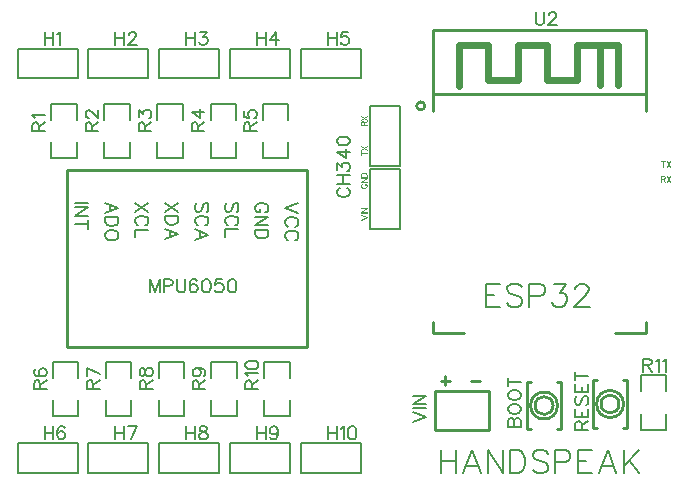
<source format=gto>
G04 Layer: TopSilkscreenLayer*
G04 EasyEDA v6.5.48, 2025-03-18 13:34:47*
G04 7eabae28df64481683c8fee008179a12,87df033457c64ae98c411226fbcdc187,10*
G04 Gerber Generator version 0.2*
G04 Scale: 100 percent, Rotated: No, Reflected: No *
G04 Dimensions in millimeters *
G04 leading zeros omitted , absolute positions ,4 integer and 5 decimal *
%FSLAX45Y45*%
%MOMM*%

%ADD10C,0.2032*%
%ADD11C,0.1000*%
%ADD12C,0.1524*%
%ADD13C,0.2540*%
%ADD14C,0.1520*%
%ADD15C,0.6000*%
%ADD16C,0.0137*%

%LPD*%
D10*
X20981060Y1912086D02*
G01*
X20981060Y1718284D01*
X20981060Y1912086D02*
G01*
X21101202Y1912086D01*
X20981060Y1819884D02*
G01*
X21054974Y1819884D01*
X20981060Y1718284D02*
G01*
X21101202Y1718284D01*
X21291448Y1884400D02*
G01*
X21272906Y1902942D01*
X21245220Y1912086D01*
X21208390Y1912086D01*
X21180450Y1902942D01*
X21162162Y1884400D01*
X21162162Y1865858D01*
X21171306Y1847570D01*
X21180450Y1838172D01*
X21198992Y1829028D01*
X21254364Y1810486D01*
X21272906Y1801342D01*
X21282050Y1792198D01*
X21291448Y1773656D01*
X21291448Y1745970D01*
X21272906Y1727428D01*
X21245220Y1718284D01*
X21208390Y1718284D01*
X21180450Y1727428D01*
X21162162Y1745970D01*
X21352408Y1912086D02*
G01*
X21352408Y1718284D01*
X21352408Y1912086D02*
G01*
X21435466Y1912086D01*
X21463152Y1902942D01*
X21472550Y1893798D01*
X21481694Y1875256D01*
X21481694Y1847570D01*
X21472550Y1829028D01*
X21463152Y1819884D01*
X21435466Y1810486D01*
X21352408Y1810486D01*
X21561196Y1912086D02*
G01*
X21662796Y1912086D01*
X21607170Y1838172D01*
X21635110Y1838172D01*
X21653398Y1829028D01*
X21662796Y1819884D01*
X21671940Y1792198D01*
X21671940Y1773656D01*
X21662796Y1745970D01*
X21644254Y1727428D01*
X21616568Y1718284D01*
X21588882Y1718284D01*
X21561196Y1727428D01*
X21551798Y1736572D01*
X21542654Y1755114D01*
X21742044Y1865858D02*
G01*
X21742044Y1875256D01*
X21751442Y1893798D01*
X21760586Y1902942D01*
X21779128Y1912086D01*
X21815958Y1912086D01*
X21834500Y1902942D01*
X21843644Y1893798D01*
X21853042Y1875256D01*
X21853042Y1856714D01*
X21843644Y1838172D01*
X21825356Y1810486D01*
X21732900Y1718284D01*
X21862186Y1718284D01*
X20600060Y502386D02*
G01*
X20600060Y308584D01*
X20729346Y502386D02*
G01*
X20729346Y308584D01*
X20600060Y410184D02*
G01*
X20729346Y410184D01*
X20864220Y502386D02*
G01*
X20790306Y308584D01*
X20864220Y502386D02*
G01*
X20938134Y308584D01*
X20817992Y373100D02*
G01*
X20910448Y373100D01*
X20999094Y502386D02*
G01*
X20999094Y308584D01*
X20999094Y502386D02*
G01*
X21128380Y308584D01*
X21128380Y502386D02*
G01*
X21128380Y308584D01*
X21189340Y502386D02*
G01*
X21189340Y308584D01*
X21189340Y502386D02*
G01*
X21254110Y502386D01*
X21281796Y493242D01*
X21300084Y474700D01*
X21309482Y456158D01*
X21318626Y428472D01*
X21318626Y382498D01*
X21309482Y354558D01*
X21300084Y336270D01*
X21281796Y317728D01*
X21254110Y308584D01*
X21189340Y308584D01*
X21508872Y474700D02*
G01*
X21490330Y493242D01*
X21462644Y502386D01*
X21425814Y502386D01*
X21398128Y493242D01*
X21379586Y474700D01*
X21379586Y456158D01*
X21388730Y437870D01*
X21398128Y428472D01*
X21416670Y419328D01*
X21472042Y400786D01*
X21490330Y391642D01*
X21499728Y382498D01*
X21508872Y363956D01*
X21508872Y336270D01*
X21490330Y317728D01*
X21462644Y308584D01*
X21425814Y308584D01*
X21398128Y317728D01*
X21379586Y336270D01*
X21569832Y502386D02*
G01*
X21569832Y308584D01*
X21569832Y502386D02*
G01*
X21652890Y502386D01*
X21680830Y493242D01*
X21689974Y484098D01*
X21699118Y465556D01*
X21699118Y437870D01*
X21689974Y419328D01*
X21680830Y410184D01*
X21652890Y400786D01*
X21569832Y400786D01*
X21760078Y502386D02*
G01*
X21760078Y308584D01*
X21760078Y502386D02*
G01*
X21880220Y502386D01*
X21760078Y410184D02*
G01*
X21833992Y410184D01*
X21760078Y308584D02*
G01*
X21880220Y308584D01*
X22015094Y502386D02*
G01*
X21941180Y308584D01*
X22015094Y502386D02*
G01*
X22089008Y308584D01*
X21968866Y373100D02*
G01*
X22061322Y373100D01*
X22149968Y502386D02*
G01*
X22149968Y308584D01*
X22279254Y502386D02*
G01*
X22149968Y373100D01*
X22196196Y419328D02*
G01*
X22279254Y308584D01*
D11*
X19927214Y3256508D02*
G01*
X19974966Y3256508D01*
X19927214Y3256508D02*
G01*
X19927214Y3277082D01*
X19929500Y3283686D01*
X19931786Y3285972D01*
X19936358Y3288258D01*
X19940930Y3288258D01*
X19945502Y3285972D01*
X19947788Y3283686D01*
X19950074Y3277082D01*
X19950074Y3256508D01*
X19950074Y3272510D02*
G01*
X19974966Y3288258D01*
X19927214Y3303244D02*
G01*
X19974966Y3335248D01*
X19927214Y3335248D02*
G01*
X19974966Y3303244D01*
X19927214Y3018510D02*
G01*
X19974966Y3018510D01*
X19927214Y3002508D02*
G01*
X19927214Y3034258D01*
X19927214Y3049244D02*
G01*
X19974966Y3081248D01*
X19927214Y3081248D02*
G01*
X19974966Y3049244D01*
X19938644Y2757144D02*
G01*
X19934072Y2754858D01*
X19929500Y2750286D01*
X19927214Y2745714D01*
X19927214Y2736824D01*
X19929500Y2732252D01*
X19934072Y2727680D01*
X19938644Y2725394D01*
X19945502Y2723108D01*
X19956932Y2723108D01*
X19963790Y2725394D01*
X19968108Y2727680D01*
X19972680Y2732252D01*
X19974966Y2736824D01*
X19974966Y2745714D01*
X19972680Y2750286D01*
X19968108Y2754858D01*
X19963790Y2757144D01*
X19956932Y2757144D01*
X19956932Y2745714D02*
G01*
X19956932Y2757144D01*
X19927214Y2772130D02*
G01*
X19974966Y2772130D01*
X19927214Y2772130D02*
G01*
X19974966Y2804134D01*
X19927214Y2804134D02*
G01*
X19974966Y2804134D01*
X19927214Y2819120D02*
G01*
X19974966Y2819120D01*
X19927214Y2819120D02*
G01*
X19927214Y2834868D01*
X19929500Y2841726D01*
X19934072Y2846298D01*
X19938644Y2848584D01*
X19945502Y2850870D01*
X19956932Y2850870D01*
X19963790Y2848584D01*
X19968108Y2846298D01*
X19972680Y2841726D01*
X19974966Y2834868D01*
X19974966Y2819120D01*
X22466960Y2824454D02*
G01*
X22466960Y2776702D01*
X22466960Y2824454D02*
G01*
X22487534Y2824454D01*
X22494138Y2822168D01*
X22496424Y2819882D01*
X22498710Y2815310D01*
X22498710Y2810738D01*
X22496424Y2806166D01*
X22494138Y2803880D01*
X22487534Y2801594D01*
X22466960Y2801594D01*
X22482962Y2801594D02*
G01*
X22498710Y2776702D01*
X22513696Y2824454D02*
G01*
X22545700Y2776702D01*
X22545700Y2824454D02*
G01*
X22513696Y2776702D01*
X22482962Y2951454D02*
G01*
X22482962Y2903702D01*
X22466960Y2951454D02*
G01*
X22498710Y2951454D01*
X22513696Y2951454D02*
G01*
X22545700Y2903702D01*
X22545700Y2951454D02*
G01*
X22513696Y2903702D01*
X19927214Y2456408D02*
G01*
X19974966Y2474696D01*
X19927214Y2492730D02*
G01*
X19974966Y2474696D01*
X19927214Y2507716D02*
G01*
X19974966Y2507716D01*
X19927214Y2522702D02*
G01*
X19974966Y2522702D01*
X19927214Y2522702D02*
G01*
X19974966Y2554706D01*
X19927214Y2554706D02*
G01*
X19974966Y2554706D01*
D12*
X21404653Y4213407D02*
G01*
X21404653Y4135429D01*
X21409733Y4119935D01*
X21420147Y4109521D01*
X21435895Y4104441D01*
X21446309Y4104441D01*
X21461803Y4109521D01*
X21472217Y4119935D01*
X21477297Y4135429D01*
X21477297Y4213407D01*
X21516921Y4187499D02*
G01*
X21516921Y4192579D01*
X21522001Y4202993D01*
X21527335Y4208327D01*
X21537749Y4213407D01*
X21558323Y4213407D01*
X21568737Y4208327D01*
X21574071Y4202993D01*
X21579151Y4192579D01*
X21579151Y4182165D01*
X21574071Y4171751D01*
X21563657Y4156257D01*
X21511587Y4104441D01*
X21584485Y4104441D01*
X21170544Y703808D02*
G01*
X21279510Y703808D01*
X21170544Y703808D02*
G01*
X21170544Y750544D01*
X21175624Y766038D01*
X21180958Y771372D01*
X21191372Y776452D01*
X21201786Y776452D01*
X21212200Y771372D01*
X21217280Y766038D01*
X21222360Y750544D01*
X21222360Y703808D02*
G01*
X21222360Y750544D01*
X21227694Y766038D01*
X21232774Y771372D01*
X21243188Y776452D01*
X21258936Y776452D01*
X21269350Y771372D01*
X21274430Y766038D01*
X21279510Y750544D01*
X21279510Y703808D01*
X21170544Y841984D02*
G01*
X21175624Y831570D01*
X21186038Y821156D01*
X21196452Y816076D01*
X21212200Y810742D01*
X21238108Y810742D01*
X21253602Y816076D01*
X21264016Y821156D01*
X21274430Y831570D01*
X21279510Y841984D01*
X21279510Y862812D01*
X21274430Y873226D01*
X21264016Y883640D01*
X21253602Y888720D01*
X21238108Y894054D01*
X21212200Y894054D01*
X21196452Y888720D01*
X21186038Y883640D01*
X21175624Y873226D01*
X21170544Y862812D01*
X21170544Y841984D01*
X21170544Y959332D02*
G01*
X21175624Y948918D01*
X21186038Y938758D01*
X21196452Y933424D01*
X21212200Y928344D01*
X21238108Y928344D01*
X21253602Y933424D01*
X21264016Y938758D01*
X21274430Y948918D01*
X21279510Y959332D01*
X21279510Y980160D01*
X21274430Y990574D01*
X21264016Y1000988D01*
X21253602Y1006068D01*
X21238108Y1011402D01*
X21212200Y1011402D01*
X21196452Y1006068D01*
X21186038Y1000988D01*
X21175624Y990574D01*
X21170544Y980160D01*
X21170544Y959332D01*
X21170544Y1082014D02*
G01*
X21279510Y1082014D01*
X21170544Y1045692D02*
G01*
X21170544Y1118336D01*
X22314560Y1276324D02*
G01*
X22314560Y1167358D01*
X22314560Y1276324D02*
G01*
X22361296Y1276324D01*
X22376790Y1271244D01*
X22382124Y1265910D01*
X22387204Y1255496D01*
X22387204Y1245082D01*
X22382124Y1234668D01*
X22376790Y1229588D01*
X22361296Y1224508D01*
X22314560Y1224508D01*
X22350882Y1224508D02*
G01*
X22387204Y1167358D01*
X22421494Y1255496D02*
G01*
X22431908Y1260830D01*
X22447656Y1276324D01*
X22447656Y1167358D01*
X22481946Y1255496D02*
G01*
X22492360Y1260830D01*
X22507854Y1276324D01*
X22507854Y1167358D01*
X21742044Y678408D02*
G01*
X21851010Y678408D01*
X21742044Y678408D02*
G01*
X21742044Y725144D01*
X21747124Y740638D01*
X21752458Y745972D01*
X21762872Y751052D01*
X21773286Y751052D01*
X21783700Y745972D01*
X21788780Y740638D01*
X21793860Y725144D01*
X21793860Y678408D01*
X21793860Y714730D02*
G01*
X21851010Y751052D01*
X21742044Y785342D02*
G01*
X21851010Y785342D01*
X21742044Y785342D02*
G01*
X21742044Y852906D01*
X21793860Y785342D02*
G01*
X21793860Y826998D01*
X21851010Y785342D02*
G01*
X21851010Y852906D01*
X21757538Y960094D02*
G01*
X21747124Y949680D01*
X21742044Y933932D01*
X21742044Y913358D01*
X21747124Y897610D01*
X21757538Y887196D01*
X21767952Y887196D01*
X21778366Y892530D01*
X21783700Y897610D01*
X21788780Y908024D01*
X21799194Y939266D01*
X21804274Y949680D01*
X21809608Y954760D01*
X21820022Y960094D01*
X21835516Y960094D01*
X21845930Y949680D01*
X21851010Y933932D01*
X21851010Y913358D01*
X21845930Y897610D01*
X21835516Y887196D01*
X21742044Y994384D02*
G01*
X21851010Y994384D01*
X21742044Y994384D02*
G01*
X21742044Y1061948D01*
X21793860Y994384D02*
G01*
X21793860Y1035786D01*
X21851010Y994384D02*
G01*
X21851010Y1061948D01*
X21742044Y1132560D02*
G01*
X21851010Y1132560D01*
X21742044Y1096238D02*
G01*
X21742044Y1168882D01*
X19748652Y2724886D02*
G01*
X19738238Y2719552D01*
X19727824Y2709138D01*
X19722744Y2698978D01*
X19722744Y2678150D01*
X19727824Y2667736D01*
X19738238Y2657322D01*
X19748652Y2651988D01*
X19764400Y2646908D01*
X19790308Y2646908D01*
X19805802Y2651988D01*
X19816216Y2657322D01*
X19826630Y2667736D01*
X19831710Y2678150D01*
X19831710Y2698978D01*
X19826630Y2709138D01*
X19816216Y2719552D01*
X19805802Y2724886D01*
X19722744Y2759176D02*
G01*
X19831710Y2759176D01*
X19722744Y2831820D02*
G01*
X19831710Y2831820D01*
X19774560Y2759176D02*
G01*
X19774560Y2831820D01*
X19722744Y2876524D02*
G01*
X19722744Y2933674D01*
X19764400Y2902432D01*
X19764400Y2918180D01*
X19769480Y2928594D01*
X19774560Y2933674D01*
X19790308Y2939008D01*
X19800722Y2939008D01*
X19816216Y2933674D01*
X19826630Y2923260D01*
X19831710Y2907766D01*
X19831710Y2892018D01*
X19826630Y2876524D01*
X19821550Y2871444D01*
X19811136Y2866110D01*
X19722744Y3025114D02*
G01*
X19795388Y2973298D01*
X19795388Y3051022D01*
X19722744Y3025114D02*
G01*
X19831710Y3025114D01*
X19722744Y3116554D02*
G01*
X19727824Y3101060D01*
X19743572Y3090646D01*
X19769480Y3085312D01*
X19784974Y3085312D01*
X19811136Y3090646D01*
X19826630Y3101060D01*
X19831710Y3116554D01*
X19831710Y3126968D01*
X19826630Y3142462D01*
X19811136Y3152876D01*
X19784974Y3158210D01*
X19769480Y3158210D01*
X19743572Y3152876D01*
X19727824Y3142462D01*
X19722744Y3126968D01*
X19722744Y3116554D01*
X20370444Y741908D02*
G01*
X20479410Y783564D01*
X20370444Y824966D02*
G01*
X20479410Y783564D01*
X20370444Y859256D02*
G01*
X20479410Y859256D01*
X20370444Y893546D02*
G01*
X20479410Y893546D01*
X20370444Y893546D02*
G01*
X20479410Y966444D01*
X20370444Y966444D02*
G01*
X20479410Y966444D01*
D13*
X20640954Y1134084D02*
G01*
X20640954Y1052042D01*
X20600060Y1093190D02*
G01*
X20681848Y1093190D01*
X20854060Y1093190D02*
G01*
X20935848Y1093190D01*
D14*
X19397116Y2596108D02*
G01*
X19285610Y2553690D01*
X19397116Y2511272D02*
G01*
X19285610Y2553690D01*
X19370700Y2396464D02*
G01*
X19381114Y2401798D01*
X19391782Y2412466D01*
X19397116Y2423134D01*
X19397116Y2444216D01*
X19391782Y2454884D01*
X19381114Y2465552D01*
X19370700Y2470886D01*
X19354698Y2476220D01*
X19328028Y2476220D01*
X19312280Y2470886D01*
X19301612Y2465552D01*
X19290944Y2454884D01*
X19285610Y2444216D01*
X19285610Y2423134D01*
X19290944Y2412466D01*
X19301612Y2401798D01*
X19312280Y2396464D01*
X19370700Y2281910D02*
G01*
X19381114Y2287244D01*
X19391782Y2297658D01*
X19397116Y2308326D01*
X19397116Y2329662D01*
X19391782Y2340330D01*
X19381114Y2350744D01*
X19370700Y2356078D01*
X19354698Y2361412D01*
X19328028Y2361412D01*
X19312280Y2356078D01*
X19301612Y2350744D01*
X19290944Y2340330D01*
X19285610Y2329662D01*
X19285610Y2308326D01*
X19290944Y2297658D01*
X19301612Y2287244D01*
X19312280Y2281910D01*
X19116700Y2516253D02*
G01*
X19127114Y2521587D01*
X19137782Y2532255D01*
X19143116Y2542923D01*
X19143116Y2564259D01*
X19137782Y2574673D01*
X19127114Y2585341D01*
X19116700Y2590675D01*
X19100698Y2596009D01*
X19074028Y2596009D01*
X19058280Y2590675D01*
X19047612Y2585341D01*
X19036944Y2574673D01*
X19031610Y2564259D01*
X19031610Y2542923D01*
X19036944Y2532255D01*
X19047612Y2521587D01*
X19058280Y2516253D01*
X19074028Y2516253D01*
X19074028Y2542923D02*
G01*
X19074028Y2516253D01*
X19143116Y2481455D02*
G01*
X19031610Y2481455D01*
X19143116Y2481455D02*
G01*
X19031610Y2407033D01*
X19143116Y2407033D02*
G01*
X19031610Y2407033D01*
X19143116Y2371981D02*
G01*
X19031610Y2371981D01*
X19143116Y2371981D02*
G01*
X19143116Y2334897D01*
X19137782Y2318895D01*
X19127114Y2308227D01*
X19116700Y2302893D01*
X19100698Y2297559D01*
X19074028Y2297559D01*
X19058280Y2302893D01*
X19047612Y2308227D01*
X19036944Y2318895D01*
X19031610Y2334897D01*
X19031610Y2371981D01*
X18873114Y2521691D02*
G01*
X18883782Y2532359D01*
X18889116Y2548361D01*
X18889116Y2569443D01*
X18883782Y2585445D01*
X18873114Y2596113D01*
X18862700Y2596113D01*
X18852032Y2590779D01*
X18846698Y2585445D01*
X18841364Y2574777D01*
X18830696Y2543027D01*
X18825362Y2532359D01*
X18820028Y2527025D01*
X18809360Y2521691D01*
X18793612Y2521691D01*
X18782944Y2532359D01*
X18777610Y2548361D01*
X18777610Y2569443D01*
X18782944Y2585445D01*
X18793612Y2596113D01*
X18862700Y2407137D02*
G01*
X18873114Y2412471D01*
X18883782Y2423139D01*
X18889116Y2433553D01*
X18889116Y2454889D01*
X18883782Y2465557D01*
X18873114Y2476225D01*
X18862700Y2481559D01*
X18846698Y2486639D01*
X18820028Y2486639D01*
X18804280Y2481559D01*
X18793612Y2476225D01*
X18782944Y2465557D01*
X18777610Y2454889D01*
X18777610Y2433553D01*
X18782944Y2423139D01*
X18793612Y2412471D01*
X18804280Y2407137D01*
X18889116Y2372085D02*
G01*
X18777610Y2372085D01*
X18777610Y2372085D02*
G01*
X18777610Y2308331D01*
X18619114Y2521686D02*
G01*
X18629782Y2532354D01*
X18635116Y2548356D01*
X18635116Y2569438D01*
X18629782Y2585440D01*
X18619114Y2596108D01*
X18608700Y2596108D01*
X18598032Y2590774D01*
X18592698Y2585440D01*
X18587364Y2574772D01*
X18576696Y2543022D01*
X18571362Y2532354D01*
X18566028Y2527020D01*
X18555360Y2521686D01*
X18539612Y2521686D01*
X18528944Y2532354D01*
X18523610Y2548356D01*
X18523610Y2569438D01*
X18528944Y2585440D01*
X18539612Y2596108D01*
X18608700Y2407132D02*
G01*
X18619114Y2412466D01*
X18629782Y2423134D01*
X18635116Y2433548D01*
X18635116Y2454884D01*
X18629782Y2465552D01*
X18619114Y2476220D01*
X18608700Y2481554D01*
X18592698Y2486634D01*
X18566028Y2486634D01*
X18550280Y2481554D01*
X18539612Y2476220D01*
X18528944Y2465552D01*
X18523610Y2454884D01*
X18523610Y2433548D01*
X18528944Y2423134D01*
X18539612Y2412466D01*
X18550280Y2407132D01*
X18635116Y2329662D02*
G01*
X18523610Y2372080D01*
X18635116Y2329662D02*
G01*
X18523610Y2287244D01*
X18560694Y2356078D02*
G01*
X18560694Y2302992D01*
X18381116Y2596012D02*
G01*
X18269610Y2521590D01*
X18381116Y2521590D02*
G01*
X18269610Y2596012D01*
X18381116Y2486538D02*
G01*
X18269610Y2486538D01*
X18381116Y2486538D02*
G01*
X18381116Y2449454D01*
X18375782Y2433452D01*
X18365114Y2423038D01*
X18354700Y2417704D01*
X18338698Y2412370D01*
X18312028Y2412370D01*
X18296280Y2417704D01*
X18285612Y2423038D01*
X18274944Y2433452D01*
X18269610Y2449454D01*
X18269610Y2486538D01*
X18381116Y2334900D02*
G01*
X18269610Y2377318D01*
X18381116Y2334900D02*
G01*
X18269610Y2292228D01*
X18306694Y2361316D02*
G01*
X18306694Y2308230D01*
X18127116Y2596012D02*
G01*
X18015610Y2521590D01*
X18127116Y2521590D02*
G01*
X18015610Y2596012D01*
X18100700Y2407036D02*
G01*
X18111114Y2412370D01*
X18121782Y2423038D01*
X18127116Y2433452D01*
X18127116Y2454788D01*
X18121782Y2465456D01*
X18111114Y2476124D01*
X18100700Y2481458D01*
X18084698Y2486538D01*
X18058028Y2486538D01*
X18042280Y2481458D01*
X18031612Y2476124D01*
X18020944Y2465456D01*
X18015610Y2454788D01*
X18015610Y2433452D01*
X18020944Y2423038D01*
X18031612Y2412370D01*
X18042280Y2407036D01*
X18127116Y2371984D02*
G01*
X18015610Y2371984D01*
X18015610Y2371984D02*
G01*
X18015610Y2308230D01*
X17873116Y2553690D02*
G01*
X17761610Y2596108D01*
X17873116Y2553690D02*
G01*
X17761610Y2511272D01*
X17798694Y2580106D02*
G01*
X17798694Y2527020D01*
X17873116Y2476220D02*
G01*
X17761610Y2476220D01*
X17873116Y2476220D02*
G01*
X17873116Y2438882D01*
X17867782Y2423134D01*
X17857114Y2412466D01*
X17846700Y2407132D01*
X17830698Y2401798D01*
X17804028Y2401798D01*
X17788280Y2407132D01*
X17777612Y2412466D01*
X17766944Y2423134D01*
X17761610Y2438882D01*
X17761610Y2476220D01*
X17873116Y2334996D02*
G01*
X17867782Y2345410D01*
X17857114Y2356078D01*
X17846700Y2361412D01*
X17830698Y2366746D01*
X17804028Y2366746D01*
X17788280Y2361412D01*
X17777612Y2356078D01*
X17766944Y2345410D01*
X17761610Y2334996D01*
X17761610Y2313660D01*
X17766944Y2302992D01*
X17777612Y2292324D01*
X17788280Y2287244D01*
X17804028Y2281910D01*
X17830698Y2281910D01*
X17846700Y2287244D01*
X17857114Y2292324D01*
X17867782Y2302992D01*
X17873116Y2313660D01*
X17873116Y2334996D01*
X17619116Y2596009D02*
G01*
X17507610Y2596009D01*
X17619116Y2560957D02*
G01*
X17507610Y2560957D01*
X17619116Y2560957D02*
G01*
X17507610Y2486535D01*
X17619116Y2486535D02*
G01*
X17507610Y2486535D01*
X17619116Y2414399D02*
G01*
X17507610Y2414399D01*
X17619116Y2451483D02*
G01*
X17619116Y2377315D01*
X18136250Y1951964D02*
G01*
X18136250Y1840458D01*
X18136250Y1951964D02*
G01*
X18178668Y1840458D01*
X18221086Y1951964D02*
G01*
X18178668Y1840458D01*
X18221086Y1951964D02*
G01*
X18221086Y1840458D01*
X18256138Y1951964D02*
G01*
X18256138Y1840458D01*
X18256138Y1951964D02*
G01*
X18304144Y1951964D01*
X18319892Y1946630D01*
X18325226Y1941296D01*
X18330560Y1930628D01*
X18330560Y1914880D01*
X18325226Y1904212D01*
X18319892Y1898878D01*
X18304144Y1893544D01*
X18256138Y1893544D01*
X18365612Y1951964D02*
G01*
X18365612Y1872208D01*
X18370946Y1856460D01*
X18381614Y1845792D01*
X18397362Y1840458D01*
X18408030Y1840458D01*
X18424032Y1845792D01*
X18434700Y1856460D01*
X18440034Y1872208D01*
X18440034Y1951964D01*
X18538586Y1935962D02*
G01*
X18533252Y1946630D01*
X18517504Y1951964D01*
X18506836Y1951964D01*
X18490834Y1946630D01*
X18480166Y1930628D01*
X18475086Y1904212D01*
X18475086Y1877542D01*
X18480166Y1856460D01*
X18490834Y1845792D01*
X18506836Y1840458D01*
X18512170Y1840458D01*
X18528172Y1845792D01*
X18538586Y1856460D01*
X18543920Y1872208D01*
X18543920Y1877542D01*
X18538586Y1893544D01*
X18528172Y1904212D01*
X18512170Y1909546D01*
X18506836Y1909546D01*
X18490834Y1904212D01*
X18480166Y1893544D01*
X18475086Y1877542D01*
X18610976Y1951964D02*
G01*
X18594974Y1946630D01*
X18584306Y1930628D01*
X18578972Y1904212D01*
X18578972Y1888210D01*
X18584306Y1861794D01*
X18594974Y1845792D01*
X18610976Y1840458D01*
X18621390Y1840458D01*
X18637392Y1845792D01*
X18648060Y1861794D01*
X18653394Y1888210D01*
X18653394Y1904212D01*
X18648060Y1930628D01*
X18637392Y1946630D01*
X18621390Y1951964D01*
X18610976Y1951964D01*
X18752200Y1951964D02*
G01*
X18699114Y1951964D01*
X18693780Y1904212D01*
X18699114Y1909546D01*
X18714862Y1914880D01*
X18730864Y1914880D01*
X18746866Y1909546D01*
X18757534Y1898878D01*
X18762614Y1882876D01*
X18762614Y1872208D01*
X18757534Y1856460D01*
X18746866Y1845792D01*
X18730864Y1840458D01*
X18714862Y1840458D01*
X18699114Y1845792D01*
X18693780Y1851126D01*
X18688446Y1861794D01*
X18829670Y1951964D02*
G01*
X18813668Y1946630D01*
X18803000Y1930628D01*
X18797666Y1904212D01*
X18797666Y1888210D01*
X18803000Y1861794D01*
X18813668Y1845792D01*
X18829670Y1840458D01*
X18840338Y1840458D01*
X18856086Y1845792D01*
X18866754Y1861794D01*
X18872088Y1888210D01*
X18872088Y1904212D01*
X18866754Y1930628D01*
X18856086Y1946630D01*
X18840338Y1951964D01*
X18829670Y1951964D01*
D12*
X17247260Y4044924D02*
G01*
X17247260Y3935958D01*
X17319904Y4044924D02*
G01*
X17319904Y3935958D01*
X17247260Y3993108D02*
G01*
X17319904Y3993108D01*
X17354194Y4024096D02*
G01*
X17364608Y4029430D01*
X17380356Y4044924D01*
X17380356Y3935958D01*
X17847259Y4044924D02*
G01*
X17847259Y3935958D01*
X17919903Y4044924D02*
G01*
X17919903Y3935958D01*
X17847259Y3993108D02*
G01*
X17919903Y3993108D01*
X17959527Y4019016D02*
G01*
X17959527Y4024096D01*
X17964607Y4034510D01*
X17969941Y4039844D01*
X17980355Y4044924D01*
X18000929Y4044924D01*
X18011343Y4039844D01*
X18016677Y4034510D01*
X18021757Y4024096D01*
X18021757Y4013682D01*
X18016677Y4003268D01*
X18006263Y3987774D01*
X17954193Y3935958D01*
X18027091Y3935958D01*
X18447258Y4044924D02*
G01*
X18447258Y3935958D01*
X18519902Y4044924D02*
G01*
X18519902Y3935958D01*
X18447258Y3993108D02*
G01*
X18519902Y3993108D01*
X18564606Y4044924D02*
G01*
X18621756Y4044924D01*
X18590768Y4003268D01*
X18606261Y4003268D01*
X18616675Y3998188D01*
X18621756Y3993108D01*
X18627090Y3977360D01*
X18627090Y3966946D01*
X18621756Y3951452D01*
X18611341Y3941038D01*
X18595848Y3935958D01*
X18580354Y3935958D01*
X18564606Y3941038D01*
X18559525Y3946118D01*
X18554191Y3956532D01*
X19047256Y4044924D02*
G01*
X19047256Y3935958D01*
X19119900Y4044924D02*
G01*
X19119900Y3935958D01*
X19047256Y3993108D02*
G01*
X19119900Y3993108D01*
X19206260Y4044924D02*
G01*
X19154190Y3972280D01*
X19232168Y3972280D01*
X19206260Y4044924D02*
G01*
X19206260Y3935958D01*
X19647255Y4044924D02*
G01*
X19647255Y3935958D01*
X19719899Y4044924D02*
G01*
X19719899Y3935958D01*
X19647255Y3993108D02*
G01*
X19719899Y3993108D01*
X19816673Y4044924D02*
G01*
X19764603Y4044924D01*
X19759523Y3998188D01*
X19764603Y4003268D01*
X19780351Y4008602D01*
X19795845Y4008602D01*
X19811339Y4003268D01*
X19821753Y3993108D01*
X19827087Y3977360D01*
X19827087Y3966946D01*
X19821753Y3951452D01*
X19811339Y3941038D01*
X19795845Y3935958D01*
X19780351Y3935958D01*
X19764603Y3941038D01*
X19759523Y3946118D01*
X19754189Y3956532D01*
X17247260Y704824D02*
G01*
X17247260Y595858D01*
X17319904Y704824D02*
G01*
X17319904Y595858D01*
X17247260Y653008D02*
G01*
X17319904Y653008D01*
X17416678Y689330D02*
G01*
X17411344Y699744D01*
X17395850Y704824D01*
X17385436Y704824D01*
X17369942Y699744D01*
X17359528Y683996D01*
X17354194Y658088D01*
X17354194Y632180D01*
X17359528Y611352D01*
X17369942Y600938D01*
X17385436Y595858D01*
X17390770Y595858D01*
X17406264Y600938D01*
X17416678Y611352D01*
X17421758Y626846D01*
X17421758Y632180D01*
X17416678Y647674D01*
X17406264Y658088D01*
X17390770Y663168D01*
X17385436Y663168D01*
X17369942Y658088D01*
X17359528Y647674D01*
X17354194Y632180D01*
X17847259Y704824D02*
G01*
X17847259Y595858D01*
X17919903Y704824D02*
G01*
X17919903Y595858D01*
X17847259Y653008D02*
G01*
X17919903Y653008D01*
X18027091Y704824D02*
G01*
X17975021Y595858D01*
X17954193Y704824D02*
G01*
X18027091Y704824D01*
X18447258Y704824D02*
G01*
X18447258Y595858D01*
X18519902Y704824D02*
G01*
X18519902Y595858D01*
X18447258Y653008D02*
G01*
X18519902Y653008D01*
X18580354Y704824D02*
G01*
X18564606Y699744D01*
X18559525Y689330D01*
X18559525Y678916D01*
X18564606Y668502D01*
X18575020Y663168D01*
X18595848Y658088D01*
X18611341Y653008D01*
X18621756Y642594D01*
X18627090Y632180D01*
X18627090Y616432D01*
X18621756Y606018D01*
X18616675Y600938D01*
X18600927Y595858D01*
X18580354Y595858D01*
X18564606Y600938D01*
X18559525Y606018D01*
X18554191Y616432D01*
X18554191Y632180D01*
X18559525Y642594D01*
X18569940Y653008D01*
X18585434Y658088D01*
X18606261Y663168D01*
X18616675Y668502D01*
X18621756Y678916D01*
X18621756Y689330D01*
X18616675Y699744D01*
X18600927Y704824D01*
X18580354Y704824D01*
X19047256Y704824D02*
G01*
X19047256Y595858D01*
X19119900Y704824D02*
G01*
X19119900Y595858D01*
X19047256Y653008D02*
G01*
X19119900Y653008D01*
X19221754Y668502D02*
G01*
X19216674Y653008D01*
X19206260Y642594D01*
X19190766Y637260D01*
X19185432Y637260D01*
X19169938Y642594D01*
X19159524Y653008D01*
X19154190Y668502D01*
X19154190Y673582D01*
X19159524Y689330D01*
X19169938Y699744D01*
X19185432Y704824D01*
X19190766Y704824D01*
X19206260Y699744D01*
X19216674Y689330D01*
X19221754Y668502D01*
X19221754Y642594D01*
X19216674Y616432D01*
X19206260Y600938D01*
X19190766Y595858D01*
X19180352Y595858D01*
X19164604Y600938D01*
X19159524Y611352D01*
X19647255Y704824D02*
G01*
X19647255Y595858D01*
X19719899Y704824D02*
G01*
X19719899Y595858D01*
X19647255Y653008D02*
G01*
X19719899Y653008D01*
X19754189Y683996D02*
G01*
X19764603Y689330D01*
X19780351Y704824D01*
X19780351Y595858D01*
X19845629Y704824D02*
G01*
X19830135Y699744D01*
X19819721Y683996D01*
X19814641Y658088D01*
X19814641Y642594D01*
X19819721Y616432D01*
X19830135Y600938D01*
X19845629Y595858D01*
X19856043Y595858D01*
X19871791Y600938D01*
X19882205Y616432D01*
X19887285Y642594D01*
X19887285Y658088D01*
X19882205Y683996D01*
X19871791Y699744D01*
X19856043Y704824D01*
X19845629Y704824D01*
X17144644Y3205708D02*
G01*
X17253610Y3205708D01*
X17144644Y3205708D02*
G01*
X17144644Y3252444D01*
X17149724Y3267938D01*
X17155058Y3273272D01*
X17165472Y3278352D01*
X17175886Y3278352D01*
X17186300Y3273272D01*
X17191380Y3267938D01*
X17196460Y3252444D01*
X17196460Y3205708D01*
X17196460Y3242030D02*
G01*
X17253610Y3278352D01*
X17165472Y3312642D02*
G01*
X17160138Y3323056D01*
X17144644Y3338804D01*
X17253610Y3338804D01*
X17593868Y3205708D02*
G01*
X17702834Y3205708D01*
X17593868Y3205708D02*
G01*
X17593868Y3252444D01*
X17598948Y3267938D01*
X17604282Y3273272D01*
X17614696Y3278352D01*
X17625110Y3278352D01*
X17635524Y3273272D01*
X17640604Y3267938D01*
X17645684Y3252444D01*
X17645684Y3205708D01*
X17645684Y3242030D02*
G01*
X17702834Y3278352D01*
X17619776Y3317976D02*
G01*
X17614696Y3317976D01*
X17604282Y3323056D01*
X17598948Y3328390D01*
X17593868Y3338804D01*
X17593868Y3359378D01*
X17598948Y3369792D01*
X17604282Y3375126D01*
X17614696Y3380206D01*
X17625110Y3380206D01*
X17635524Y3375126D01*
X17651018Y3364712D01*
X17702834Y3312642D01*
X17702834Y3385540D01*
X18043093Y3205708D02*
G01*
X18152059Y3205708D01*
X18043093Y3205708D02*
G01*
X18043093Y3252444D01*
X18048173Y3267938D01*
X18053507Y3273272D01*
X18063921Y3278352D01*
X18074335Y3278352D01*
X18084749Y3273272D01*
X18089829Y3267938D01*
X18094909Y3252444D01*
X18094909Y3205708D01*
X18094909Y3242030D02*
G01*
X18152059Y3278352D01*
X18043093Y3323056D02*
G01*
X18043093Y3380206D01*
X18084749Y3349218D01*
X18084749Y3364712D01*
X18089829Y3375126D01*
X18094909Y3380206D01*
X18110657Y3385540D01*
X18121071Y3385540D01*
X18136565Y3380206D01*
X18146979Y3369792D01*
X18152059Y3354298D01*
X18152059Y3338804D01*
X18146979Y3323056D01*
X18141899Y3317976D01*
X18131485Y3312642D01*
X18492317Y3205708D02*
G01*
X18601283Y3205708D01*
X18492317Y3205708D02*
G01*
X18492317Y3252444D01*
X18497397Y3267938D01*
X18502731Y3273272D01*
X18513145Y3278352D01*
X18523559Y3278352D01*
X18533973Y3273272D01*
X18539053Y3267938D01*
X18544133Y3252444D01*
X18544133Y3205708D01*
X18544133Y3242030D02*
G01*
X18601283Y3278352D01*
X18492317Y3364712D02*
G01*
X18564961Y3312642D01*
X18564961Y3390620D01*
X18492317Y3364712D02*
G01*
X18601283Y3364712D01*
X18935344Y3205708D02*
G01*
X19044310Y3205708D01*
X18935344Y3205708D02*
G01*
X18935344Y3252444D01*
X18940424Y3267938D01*
X18945758Y3273272D01*
X18956172Y3278352D01*
X18966586Y3278352D01*
X18977000Y3273272D01*
X18982080Y3267938D01*
X18987160Y3252444D01*
X18987160Y3205708D01*
X18987160Y3242030D02*
G01*
X19044310Y3278352D01*
X18935344Y3375126D02*
G01*
X18935344Y3323056D01*
X18982080Y3317976D01*
X18977000Y3323056D01*
X18971666Y3338804D01*
X18971666Y3354298D01*
X18977000Y3369792D01*
X18987160Y3380206D01*
X19002908Y3385540D01*
X19013322Y3385540D01*
X19028816Y3380206D01*
X19039230Y3369792D01*
X19044310Y3354298D01*
X19044310Y3338804D01*
X19039230Y3323056D01*
X19034150Y3317976D01*
X19023736Y3312642D01*
X17157344Y1021308D02*
G01*
X17266310Y1021308D01*
X17157344Y1021308D02*
G01*
X17157344Y1068044D01*
X17162424Y1083538D01*
X17167758Y1088872D01*
X17178172Y1093952D01*
X17188586Y1093952D01*
X17199000Y1088872D01*
X17204080Y1083538D01*
X17209160Y1068044D01*
X17209160Y1021308D01*
X17209160Y1057630D02*
G01*
X17266310Y1093952D01*
X17172838Y1190726D02*
G01*
X17162424Y1185392D01*
X17157344Y1169898D01*
X17157344Y1159484D01*
X17162424Y1143990D01*
X17178172Y1133576D01*
X17204080Y1128242D01*
X17229988Y1128242D01*
X17250816Y1133576D01*
X17261230Y1143990D01*
X17266310Y1159484D01*
X17266310Y1164818D01*
X17261230Y1180312D01*
X17250816Y1190726D01*
X17235322Y1195806D01*
X17229988Y1195806D01*
X17214494Y1190726D01*
X17204080Y1180312D01*
X17199000Y1164818D01*
X17199000Y1159484D01*
X17204080Y1143990D01*
X17214494Y1133576D01*
X17229988Y1128242D01*
X17605019Y1021308D02*
G01*
X17713985Y1021308D01*
X17605019Y1021308D02*
G01*
X17605019Y1068044D01*
X17610099Y1083538D01*
X17615433Y1088872D01*
X17625847Y1093952D01*
X17636261Y1093952D01*
X17646675Y1088872D01*
X17651755Y1083538D01*
X17656835Y1068044D01*
X17656835Y1021308D01*
X17656835Y1057630D02*
G01*
X17713985Y1093952D01*
X17605019Y1201140D02*
G01*
X17713985Y1149070D01*
X17605019Y1128242D02*
G01*
X17605019Y1201140D01*
X18052694Y1021308D02*
G01*
X18161660Y1021308D01*
X18052694Y1021308D02*
G01*
X18052694Y1068044D01*
X18057774Y1083538D01*
X18063108Y1088872D01*
X18073522Y1093952D01*
X18083936Y1093952D01*
X18094350Y1088872D01*
X18099430Y1083538D01*
X18104510Y1068044D01*
X18104510Y1021308D01*
X18104510Y1057630D02*
G01*
X18161660Y1093952D01*
X18052694Y1154404D02*
G01*
X18057774Y1138656D01*
X18068188Y1133576D01*
X18078602Y1133576D01*
X18089016Y1138656D01*
X18094350Y1149070D01*
X18099430Y1169898D01*
X18104510Y1185392D01*
X18114924Y1195806D01*
X18125338Y1201140D01*
X18141086Y1201140D01*
X18151500Y1195806D01*
X18156580Y1190726D01*
X18161660Y1174978D01*
X18161660Y1154404D01*
X18156580Y1138656D01*
X18151500Y1133576D01*
X18141086Y1128242D01*
X18125338Y1128242D01*
X18114924Y1133576D01*
X18104510Y1143990D01*
X18099430Y1159484D01*
X18094350Y1180312D01*
X18089016Y1190726D01*
X18078602Y1195806D01*
X18068188Y1195806D01*
X18057774Y1190726D01*
X18052694Y1174978D01*
X18052694Y1154404D01*
X18500369Y1021308D02*
G01*
X18609335Y1021308D01*
X18500369Y1021308D02*
G01*
X18500369Y1068044D01*
X18505449Y1083538D01*
X18510783Y1088872D01*
X18521197Y1093952D01*
X18531611Y1093952D01*
X18542025Y1088872D01*
X18547105Y1083538D01*
X18552185Y1068044D01*
X18552185Y1021308D01*
X18552185Y1057630D02*
G01*
X18609335Y1093952D01*
X18536691Y1195806D02*
G01*
X18552185Y1190726D01*
X18562599Y1180312D01*
X18567933Y1164818D01*
X18567933Y1159484D01*
X18562599Y1143990D01*
X18552185Y1133576D01*
X18536691Y1128242D01*
X18531611Y1128242D01*
X18515863Y1133576D01*
X18505449Y1143990D01*
X18500369Y1159484D01*
X18500369Y1164818D01*
X18505449Y1180312D01*
X18515863Y1190726D01*
X18536691Y1195806D01*
X18562599Y1195806D01*
X18588761Y1190726D01*
X18604255Y1180312D01*
X18609335Y1164818D01*
X18609335Y1154404D01*
X18604255Y1138656D01*
X18593841Y1133576D01*
X18948044Y1021308D02*
G01*
X19057010Y1021308D01*
X18948044Y1021308D02*
G01*
X18948044Y1068044D01*
X18953124Y1083538D01*
X18958458Y1088872D01*
X18968872Y1093952D01*
X18979286Y1093952D01*
X18989700Y1088872D01*
X18994780Y1083538D01*
X18999860Y1068044D01*
X18999860Y1021308D01*
X18999860Y1057630D02*
G01*
X19057010Y1093952D01*
X18968872Y1128242D02*
G01*
X18963538Y1138656D01*
X18948044Y1154404D01*
X19057010Y1154404D01*
X18948044Y1219682D02*
G01*
X18953124Y1204188D01*
X18968872Y1193774D01*
X18994780Y1188694D01*
X19010274Y1188694D01*
X19036436Y1193774D01*
X19051930Y1204188D01*
X19057010Y1219682D01*
X19057010Y1230096D01*
X19051930Y1245844D01*
X19036436Y1256258D01*
X19010274Y1261338D01*
X18994780Y1261338D01*
X18968872Y1256258D01*
X18953124Y1245844D01*
X18948044Y1230096D01*
X18948044Y1219682D01*
D13*
X20536557Y4012516D02*
G01*
X20536557Y4059110D01*
X22340257Y4059110D01*
X22340257Y4012514D01*
D15*
X22103212Y3599309D02*
G01*
X22103212Y3936009D01*
X21753205Y3936009D01*
X21753205Y3636027D01*
X21503261Y3636027D01*
X21503261Y3936009D01*
X21253323Y3936009D01*
X21253323Y3636027D01*
X21003130Y3636027D01*
X21003130Y3936009D01*
X21946260Y3936009D02*
G01*
X21946260Y3599309D01*
X21003224Y3936070D02*
G01*
X20753217Y3936070D01*
X20753217Y3586071D01*
D13*
X22339957Y4012514D02*
G01*
X22339957Y3374229D01*
X20536557Y4012516D02*
G01*
X20536557Y3374229D01*
X20536560Y3522515D02*
G01*
X22339960Y3522515D01*
X20536560Y1587002D02*
G01*
X20536560Y1492514D01*
X20798647Y1492504D01*
X22077873Y1492514D02*
G01*
X22339960Y1492514D01*
X22339960Y1587002D01*
X21331351Y681583D02*
G01*
X21331351Y1081582D01*
X21621368Y1081582D02*
G01*
X21621368Y681583D01*
X21331351Y681583D02*
G01*
X21363254Y681583D01*
X21589466Y681583D02*
G01*
X21621368Y681583D01*
X21331351Y1081582D02*
G01*
X21363254Y1081582D01*
X21589466Y1081582D02*
G01*
X21621368Y1081582D01*
D12*
X22511369Y1002129D02*
G01*
X22511369Y1138120D01*
X22295551Y1138120D01*
X22295551Y1002129D01*
X22511369Y811888D02*
G01*
X22511369Y675896D01*
X22295551Y675896D01*
X22295551Y811888D01*
D13*
X21890151Y694283D02*
G01*
X21890151Y1094282D01*
X22180168Y1094282D02*
G01*
X22180168Y694283D01*
X21890151Y694283D02*
G01*
X21922054Y694283D01*
X22148266Y694283D02*
G01*
X22180168Y694283D01*
X21890151Y1094282D02*
G01*
X21922054Y1094282D01*
X22148266Y1094282D02*
G01*
X22180168Y1094282D01*
D10*
X20003160Y3421608D02*
G01*
X20254620Y3421608D01*
X20254620Y2913608D01*
X20003160Y2913608D01*
X20003160Y3421608D01*
X20003160Y2888208D02*
G01*
X20254620Y2888208D01*
X20254620Y2380208D01*
X20003160Y2380208D01*
X20003160Y2888208D01*
D13*
X20549260Y1008608D02*
G01*
X21006460Y1008608D01*
X21006460Y678408D01*
X20549260Y678408D01*
X20549260Y1008608D01*
X19469760Y1376908D02*
G01*
X17437760Y1376908D01*
X17437760Y2875508D01*
X19469760Y2875508D01*
X19469760Y1376908D01*
D10*
X17526660Y3904208D02*
G01*
X17526660Y3652748D01*
X17018660Y3652748D01*
X17018660Y3904208D01*
X17526660Y3904208D01*
X18126659Y3904208D02*
G01*
X18126659Y3652748D01*
X17618659Y3652748D01*
X17618659Y3904208D01*
X18126659Y3904208D01*
X18726658Y3904208D02*
G01*
X18726658Y3652748D01*
X18218658Y3652748D01*
X18218658Y3904208D01*
X18726658Y3904208D01*
X19326656Y3904208D02*
G01*
X19326656Y3652748D01*
X18818656Y3652748D01*
X18818656Y3904208D01*
X19326656Y3904208D01*
X19926655Y3904208D02*
G01*
X19926655Y3652748D01*
X19418655Y3652748D01*
X19418655Y3904208D01*
X19926655Y3904208D01*
X17526660Y564108D02*
G01*
X17526660Y312648D01*
X17018660Y312648D01*
X17018660Y564108D01*
X17526660Y564108D01*
X18126659Y564108D02*
G01*
X18126659Y312648D01*
X17618659Y312648D01*
X17618659Y564108D01*
X18126659Y564108D01*
X18726658Y564108D02*
G01*
X18726658Y312648D01*
X18218658Y312648D01*
X18218658Y564108D01*
X18726658Y564108D01*
X19326656Y564108D02*
G01*
X19326656Y312648D01*
X18818656Y312648D01*
X18818656Y564108D01*
X19326656Y564108D01*
X19926655Y564108D02*
G01*
X19926655Y312648D01*
X19418655Y312648D01*
X19418655Y564108D01*
X19926655Y564108D01*
D12*
X17520269Y3300829D02*
G01*
X17520269Y3436820D01*
X17304451Y3436820D01*
X17304451Y3300829D01*
X17520269Y3110588D02*
G01*
X17520269Y2974596D01*
X17304451Y2974596D01*
X17304451Y3110588D01*
X17969494Y3300829D02*
G01*
X17969494Y3436820D01*
X17753675Y3436820D01*
X17753675Y3300829D01*
X17969494Y3110588D02*
G01*
X17969494Y2974596D01*
X17753675Y2974596D01*
X17753675Y3110588D01*
X18418718Y3300829D02*
G01*
X18418718Y3436820D01*
X18202899Y3436820D01*
X18202899Y3300829D01*
X18418718Y3110588D02*
G01*
X18418718Y2974596D01*
X18202899Y2974596D01*
X18202899Y3110588D01*
X18867942Y3300829D02*
G01*
X18867942Y3436820D01*
X18652124Y3436820D01*
X18652124Y3300829D01*
X18867942Y3110588D02*
G01*
X18867942Y2974596D01*
X18652124Y2974596D01*
X18652124Y3110588D01*
X19310969Y3300829D02*
G01*
X19310969Y3436820D01*
X19095151Y3436820D01*
X19095151Y3300829D01*
X19310969Y3110588D02*
G01*
X19310969Y2974596D01*
X19095151Y2974596D01*
X19095151Y3110588D01*
X17532969Y1116429D02*
G01*
X17532969Y1252420D01*
X17317151Y1252420D01*
X17317151Y1116429D01*
X17532969Y926188D02*
G01*
X17532969Y790196D01*
X17317151Y790196D01*
X17317151Y926188D01*
X17980644Y1116429D02*
G01*
X17980644Y1252420D01*
X17764826Y1252420D01*
X17764826Y1116429D01*
X17980644Y926188D02*
G01*
X17980644Y790196D01*
X17764826Y790196D01*
X17764826Y926188D01*
X18428319Y1116429D02*
G01*
X18428319Y1252420D01*
X18212501Y1252420D01*
X18212501Y1116429D01*
X18428319Y926188D02*
G01*
X18428319Y790196D01*
X18212501Y790196D01*
X18212501Y926188D01*
X18875994Y1116429D02*
G01*
X18875994Y1252420D01*
X18660176Y1252420D01*
X18660176Y1116429D01*
X18875994Y926188D02*
G01*
X18875994Y790196D01*
X18660176Y790196D01*
X18660176Y926188D01*
X19323669Y1116429D02*
G01*
X19323669Y1252420D01*
X19107851Y1252420D01*
X19107851Y1116429D01*
X19323669Y926188D02*
G01*
X19323669Y790196D01*
X19107851Y790196D01*
X19107851Y926188D01*
D13*
G75*
G01
X20465466Y3418307D02*
G03X20465466Y3418307I-34214J0D01*
G75*
G01
X21590660Y881583D02*
G03X21590660Y881583I-114300J0D01*
G75*
G01
X21552560Y881583D02*
G03X21552560Y881583I-76200J0D01*
G75*
G01
X22149460Y894283D02*
G03X22149460Y894283I-114300J0D01*
G75*
G01
X22111360Y894283D02*
G03X22111360Y894283I-76200J0D01*
M02*

</source>
